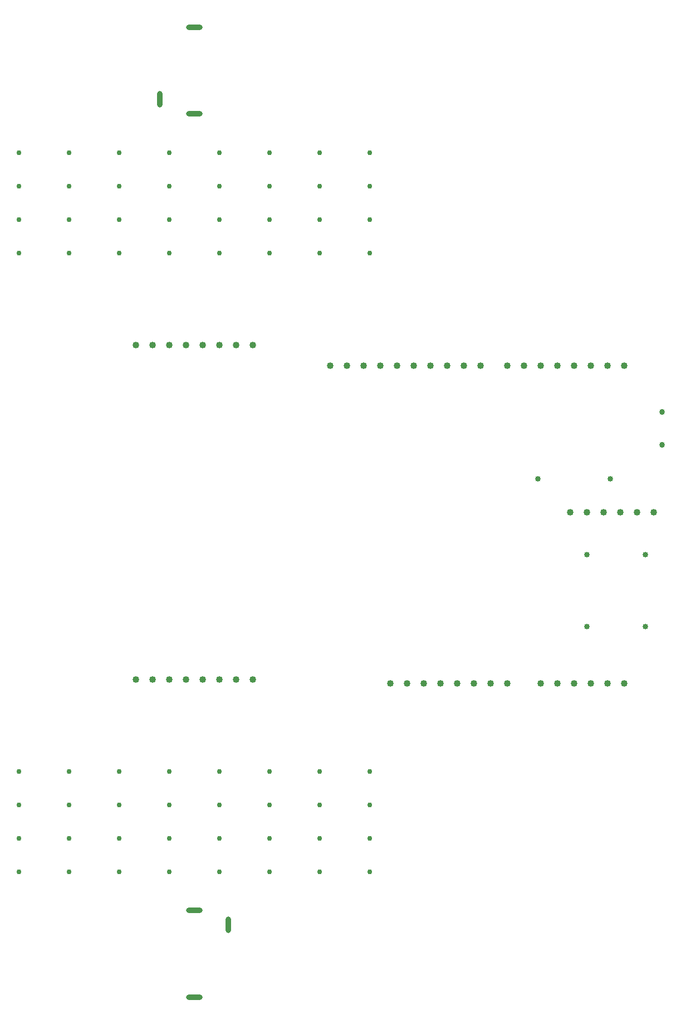
<source format=gbr>
%TF.GenerationSoftware,Altium Limited,Altium Designer,24.0.1 (36)*%
G04 Layer_Color=0*
%FSLAX45Y45*%
%MOMM*%
%TF.SameCoordinates,866D2BB3-0181-4888-B1A9-34DB4857F756*%
%TF.FilePolarity,Positive*%
%TF.FileFunction,Plated,1,2,PTH,Drill*%
%TF.Part,Single*%
G01*
G75*
%TA.AperFunction,ComponentDrill*%
%ADD48C,0.76200*%
%ADD49C,1.02000*%
%ADD50C,0.85000*%
%ADD51C,0.86360*%
%ADD52C,0.85000*%
%ADD53O,2.50000X0.80000*%
%ADD54O,0.80000X2.50000*%
D48*
X-381000Y-5461000D02*
D03*
Y-4953000D02*
D03*
Y-4445000D02*
D03*
Y-3937000D02*
D03*
X-2667000D02*
D03*
Y-4445000D02*
D03*
Y-4953000D02*
D03*
Y-5461000D02*
D03*
X-1143000D02*
D03*
Y-4953000D02*
D03*
Y-4445000D02*
D03*
Y-3937000D02*
D03*
X-1905000Y-5461000D02*
D03*
Y-4953000D02*
D03*
Y-4445000D02*
D03*
Y-3937000D02*
D03*
X2667000Y5461000D02*
D03*
Y4953000D02*
D03*
Y4445000D02*
D03*
Y3937000D02*
D03*
X1905000Y5461000D02*
D03*
Y4953000D02*
D03*
Y4445000D02*
D03*
Y3937000D02*
D03*
X1143000Y5461000D02*
D03*
Y4953000D02*
D03*
Y4445000D02*
D03*
Y3937000D02*
D03*
X381000Y5461000D02*
D03*
Y4953000D02*
D03*
Y4445000D02*
D03*
Y3937000D02*
D03*
X-381000Y5461000D02*
D03*
Y4953000D02*
D03*
Y4445000D02*
D03*
Y3937000D02*
D03*
X-1143000Y5461000D02*
D03*
Y4953000D02*
D03*
Y4445000D02*
D03*
Y3937000D02*
D03*
X-1905000Y5461000D02*
D03*
Y4953000D02*
D03*
Y4445000D02*
D03*
Y3937000D02*
D03*
X-2667000Y5461000D02*
D03*
Y4953000D02*
D03*
Y4445000D02*
D03*
Y3937000D02*
D03*
X1905000Y-5461000D02*
D03*
Y-4953000D02*
D03*
Y-4445000D02*
D03*
Y-3937000D02*
D03*
X381000Y-5461000D02*
D03*
Y-4953000D02*
D03*
Y-4445000D02*
D03*
Y-3937000D02*
D03*
X1143000Y-5461000D02*
D03*
Y-4953000D02*
D03*
Y-4445000D02*
D03*
Y-3937000D02*
D03*
X2667000Y-5461000D02*
D03*
Y-4953000D02*
D03*
Y-4445000D02*
D03*
Y-3937000D02*
D03*
D49*
X889000Y2540000D02*
D03*
X635000D02*
D03*
X381000D02*
D03*
X127000D02*
D03*
X-127000D02*
D03*
X-381000D02*
D03*
X-635000D02*
D03*
X-889000D02*
D03*
Y-2540000D02*
D03*
X-635000D02*
D03*
X-381000D02*
D03*
X-127000D02*
D03*
X127000D02*
D03*
X381000D02*
D03*
X635000D02*
D03*
X889000D02*
D03*
X4762499Y-2603499D02*
D03*
X4508499D02*
D03*
X4254499D02*
D03*
X4000499D02*
D03*
X3746499D02*
D03*
X3492499D02*
D03*
X3238499D02*
D03*
X2984499D02*
D03*
X4356099Y2222501D02*
D03*
X4102099D02*
D03*
X3848099D02*
D03*
X3594099D02*
D03*
X3340099D02*
D03*
X3086099D02*
D03*
X2832099D02*
D03*
X2578099D02*
D03*
X2324099D02*
D03*
X2070099D02*
D03*
X6540499Y-2603499D02*
D03*
X6286499D02*
D03*
X6032499D02*
D03*
X5778499D02*
D03*
X5524499D02*
D03*
X5270499D02*
D03*
X6985000Y0D02*
D03*
X6731000D02*
D03*
X6477000D02*
D03*
X6223000D02*
D03*
X5969000D02*
D03*
X5715000D02*
D03*
X6540499Y2222501D02*
D03*
X6286499D02*
D03*
X6032499D02*
D03*
X5778499D02*
D03*
X5524499D02*
D03*
X5270499D02*
D03*
X5016499D02*
D03*
X4762499D02*
D03*
D50*
X6858000Y-643800D02*
D03*
Y-1743800D02*
D03*
X5969000D02*
D03*
Y-643800D02*
D03*
D51*
X7112000Y1024000D02*
D03*
Y1524000D02*
D03*
D52*
X6328500Y508000D02*
D03*
X5228500D02*
D03*
D53*
X0Y-7366000D02*
D03*
Y-6046000D02*
D03*
Y7366000D02*
D03*
Y6046000D02*
D03*
D54*
X520000Y-6266000D02*
D03*
X-520000Y6266000D02*
D03*
%TF.MD5,12af1b35f99c5883241cf9e6fa1bd5cb*%
M02*

</source>
